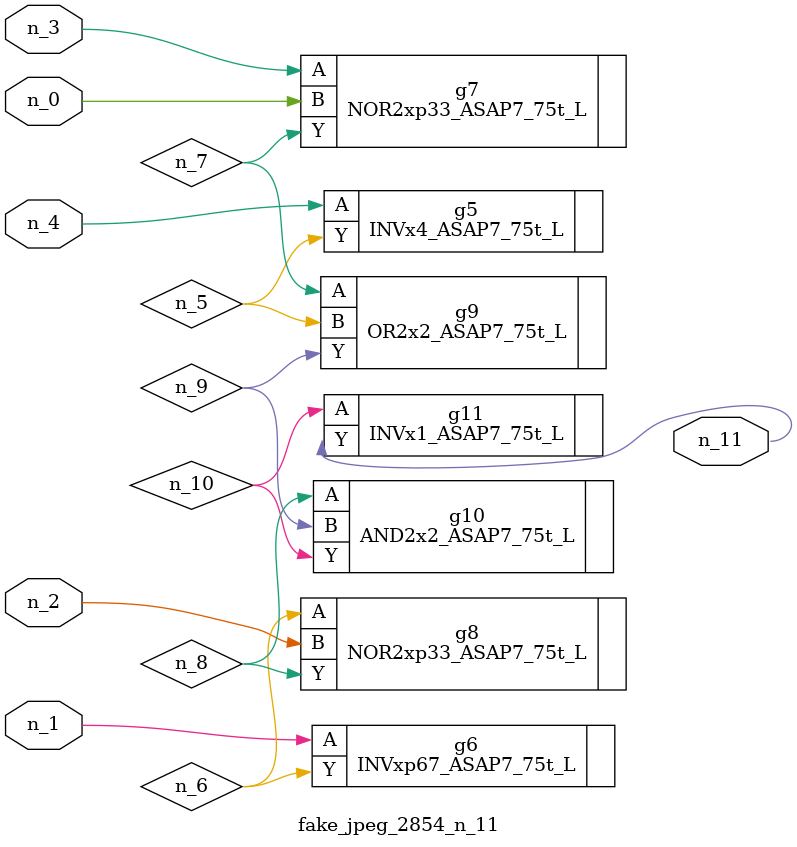
<source format=v>
module fake_jpeg_2854_n_11 (n_3, n_2, n_1, n_0, n_4, n_11);

input n_3;
input n_2;
input n_1;
input n_0;
input n_4;

output n_11;

wire n_10;
wire n_8;
wire n_9;
wire n_6;
wire n_5;
wire n_7;

INVx4_ASAP7_75t_L g5 ( 
.A(n_4),
.Y(n_5)
);

INVxp67_ASAP7_75t_L g6 ( 
.A(n_1),
.Y(n_6)
);

NOR2xp33_ASAP7_75t_L g7 ( 
.A(n_3),
.B(n_0),
.Y(n_7)
);

NOR2xp33_ASAP7_75t_L g8 ( 
.A(n_6),
.B(n_2),
.Y(n_8)
);

AND2x2_ASAP7_75t_L g10 ( 
.A(n_8),
.B(n_9),
.Y(n_10)
);

OR2x2_ASAP7_75t_L g9 ( 
.A(n_7),
.B(n_5),
.Y(n_9)
);

INVx1_ASAP7_75t_L g11 ( 
.A(n_10),
.Y(n_11)
);


endmodule
</source>
